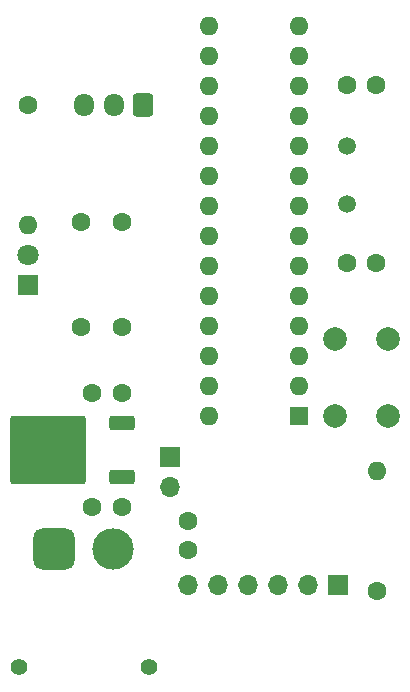
<source format=gbr>
%TF.GenerationSoftware,KiCad,Pcbnew,8.0.9-8.0.9-0~ubuntu24.04.1*%
%TF.CreationDate,2025-04-23T22:26:13+09:00*%
%TF.ProjectId,LedController,4c656443-6f6e-4747-926f-6c6c65722e6b,rev?*%
%TF.SameCoordinates,Original*%
%TF.FileFunction,Soldermask,Top*%
%TF.FilePolarity,Negative*%
%FSLAX46Y46*%
G04 Gerber Fmt 4.6, Leading zero omitted, Abs format (unit mm)*
G04 Created by KiCad (PCBNEW 8.0.9-8.0.9-0~ubuntu24.04.1) date 2025-04-23 22:26:13*
%MOMM*%
%LPD*%
G01*
G04 APERTURE LIST*
G04 Aperture macros list*
%AMRoundRect*
0 Rectangle with rounded corners*
0 $1 Rounding radius*
0 $2 $3 $4 $5 $6 $7 $8 $9 X,Y pos of 4 corners*
0 Add a 4 corners polygon primitive as box body*
4,1,4,$2,$3,$4,$5,$6,$7,$8,$9,$2,$3,0*
0 Add four circle primitives for the rounded corners*
1,1,$1+$1,$2,$3*
1,1,$1+$1,$4,$5*
1,1,$1+$1,$6,$7*
1,1,$1+$1,$8,$9*
0 Add four rect primitives between the rounded corners*
20,1,$1+$1,$2,$3,$4,$5,0*
20,1,$1+$1,$4,$5,$6,$7,0*
20,1,$1+$1,$6,$7,$8,$9,0*
20,1,$1+$1,$8,$9,$2,$3,0*%
G04 Aperture macros list end*
%ADD10C,1.500000*%
%ADD11C,2.000000*%
%ADD12C,1.600000*%
%ADD13RoundRect,0.250000X0.850000X0.350000X-0.850000X0.350000X-0.850000X-0.350000X0.850000X-0.350000X0*%
%ADD14RoundRect,0.249997X2.950003X2.650003X-2.950003X2.650003X-2.950003X-2.650003X2.950003X-2.650003X0*%
%ADD15RoundRect,0.250000X0.600000X0.725000X-0.600000X0.725000X-0.600000X-0.725000X0.600000X-0.725000X0*%
%ADD16O,1.700000X1.950000*%
%ADD17C,3.500000*%
%ADD18RoundRect,0.770000X0.980000X0.980000X-0.980000X0.980000X-0.980000X-0.980000X0.980000X-0.980000X0*%
%ADD19C,1.400000*%
%ADD20O,1.600000X1.600000*%
%ADD21R,1.700000X1.700000*%
%ADD22O,1.700000X1.700000*%
%ADD23R,1.600000X1.600000*%
%ADD24R,1.800000X1.800000*%
%ADD25C,1.800000*%
G04 APERTURE END LIST*
D10*
%TO.C,Y1*%
X79050000Y-67125000D03*
X79050000Y-62225000D03*
%TD*%
D11*
%TO.C,SW1*%
X78100000Y-85100000D03*
X78100000Y-78600000D03*
X82600000Y-85100000D03*
X82600000Y-78600000D03*
%TD*%
D12*
%TO.C,0.1\u03BCF*%
X65600000Y-93975000D03*
X65600000Y-96475000D03*
%TD*%
D13*
%TO.C,U1*%
X60040000Y-90280000D03*
D14*
X53740000Y-88000000D03*
D13*
X60040000Y-85720000D03*
%TD*%
D15*
%TO.C,GND*%
X61850000Y-58775000D03*
D16*
X59350000Y-58775000D03*
X56850000Y-58775000D03*
%TD*%
D17*
%TO.C,J3*%
X59300000Y-96385000D03*
D18*
X54300000Y-96385000D03*
D19*
X51300000Y-106385000D03*
X62300000Y-106385000D03*
%TD*%
D12*
%TO.C,330*%
X52050000Y-58795000D03*
D20*
X52050000Y-68955000D03*
%TD*%
D12*
%TO.C,C5*%
X60050000Y-68650000D03*
X56550000Y-68650000D03*
%TD*%
%TO.C,22pF*%
X79050000Y-57125000D03*
X81550000Y-57125000D03*
%TD*%
%TO.C,C7*%
X60050000Y-77600000D03*
X56550000Y-77600000D03*
%TD*%
%TO.C,0.33\u03BCF*%
X60040000Y-92800000D03*
X57540000Y-92800000D03*
%TD*%
D21*
%TO.C,J1*%
X78340000Y-99420000D03*
D22*
X75800000Y-99420000D03*
X73260000Y-99420000D03*
X70720000Y-99420000D03*
X68180000Y-99420000D03*
X65640000Y-99420000D03*
%TD*%
D12*
%TO.C,22pF*%
X79050000Y-72125000D03*
X81550000Y-72125000D03*
%TD*%
D23*
%TO.C,U2*%
X74995000Y-85100000D03*
D20*
X74995000Y-82560000D03*
X74995000Y-80020000D03*
X74995000Y-77480000D03*
X74995000Y-74940000D03*
X74995000Y-72400000D03*
X74995000Y-69860000D03*
X74995000Y-67320000D03*
X74995000Y-64780000D03*
X74995000Y-62240000D03*
X74995000Y-59700000D03*
X74995000Y-57160000D03*
X74995000Y-54620000D03*
X74995000Y-52080000D03*
X67375000Y-52080000D03*
X67375000Y-54620000D03*
X67375000Y-57160000D03*
X67375000Y-59700000D03*
X67375000Y-62240000D03*
X67375000Y-64780000D03*
X67375000Y-67320000D03*
X67375000Y-69860000D03*
X67375000Y-72400000D03*
X67375000Y-74940000D03*
X67375000Y-77480000D03*
X67375000Y-80020000D03*
X67375000Y-82560000D03*
X67375000Y-85100000D03*
%TD*%
D12*
%TO.C,0.1\u03BCF*%
X60040000Y-83200000D03*
X57540000Y-83200000D03*
%TD*%
%TO.C,10k\u03A9*%
X81650000Y-99935000D03*
D20*
X81650000Y-89775000D03*
%TD*%
D21*
%TO.C,J4*%
X64100000Y-88575000D03*
D22*
X64100000Y-91115000D03*
%TD*%
D24*
%TO.C,+5V*%
X52050000Y-74040000D03*
D25*
X52050000Y-71500000D03*
%TD*%
M02*

</source>
